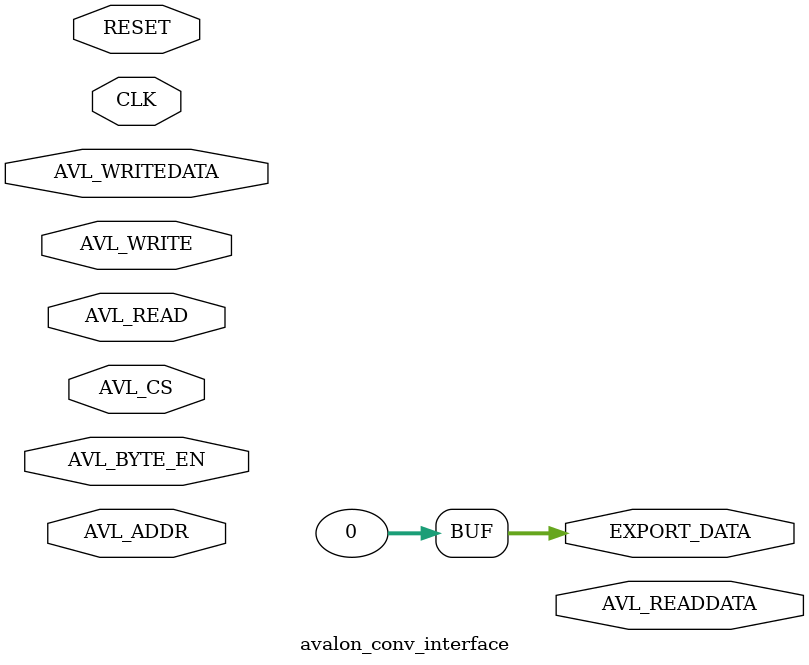
<source format=sv>
/************************************************************************
Register Map:

 0-3 : 4x 32bit AES Key
 4-7 : 4x 32bit AES Encrypted Message
 8-11: 4x 32bit AES Decrypted Message
   12: Not Used
	13: Not Used
   14: 32bit Start Register
   15: 32bit Done Register

************************************************************************/

module avalon_conv_interface(
	// Avalon Clock Input
	input logic CLK,
	
	// Avalon Reset Input
	input logic RESET,
	
	// Avalon-MM Slave Signals
	input  logic AVL_READ,					// Avalon-MM Read
	input  logic AVL_WRITE,					// Avalon-MM Write
	input  logic AVL_CS,						// Avalon-MM Chip Select
	input  logic [3:0] AVL_BYTE_EN,		// Avalon-MM Byte Enable
	input  logic [3:0] AVL_ADDR,			// Avalon-MM Address
	input  logic [31:0] AVL_WRITEDATA,	// Avalon-MM Write Data
	output logic [31:0] AVL_READDATA,	// Avalon-MM Read Data
	
	// Exported Conduit
	output logic [31:0] EXPORT_DATA		// Exported Conduit Signal to LEDs
);
	assign EXPORT_DATA = 32'h0;

endmodule 
</source>
